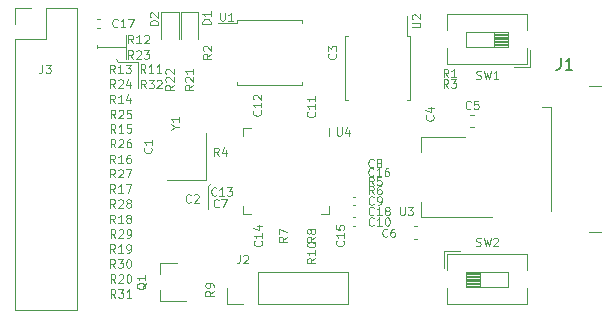
<source format=gbr>
%TF.GenerationSoftware,KiCad,Pcbnew,(5.1.9)-1*%
%TF.CreationDate,2021-09-09T09:31:17+08:00*%
%TF.ProjectId,RP2040,52503230-3430-42e6-9b69-6361645f7063,rev?*%
%TF.SameCoordinates,Original*%
%TF.FileFunction,Legend,Top*%
%TF.FilePolarity,Positive*%
%FSLAX46Y46*%
G04 Gerber Fmt 4.6, Leading zero omitted, Abs format (unit mm)*
G04 Created by KiCad (PCBNEW (5.1.9)-1) date 2021-09-09 09:31:17*
%MOMM*%
%LPD*%
G01*
G04 APERTURE LIST*
%ADD10C,0.120000*%
%ADD11C,0.100000*%
%ADD12C,0.150000*%
G04 APERTURE END LIST*
D10*
X143256000Y-91186000D02*
X143510000Y-90932000D01*
X143256000Y-93091000D02*
X143256000Y-91186000D01*
X135661400Y-80721200D02*
X137312400Y-80721200D01*
X135432800Y-80467200D02*
X135636000Y-80695800D01*
X137312400Y-82905600D02*
X137312400Y-80721200D01*
X133858000Y-79375000D02*
X133858000Y-79527400D01*
X133858000Y-79375000D02*
X133858000Y-79222600D01*
X136296400Y-79375000D02*
X133858000Y-79375000D01*
X136296400Y-80391000D02*
X136296400Y-78409800D01*
%TO.C,Y1*%
X139751800Y-90671400D02*
X143051800Y-90671400D01*
X143051800Y-90671400D02*
X143051800Y-86671400D01*
%TO.C,J1*%
X172320000Y-84500000D02*
X171565000Y-84500000D01*
X175490000Y-95045000D02*
X176540000Y-95045000D01*
X175490000Y-82755000D02*
X176540000Y-82755000D01*
X172320000Y-84500000D02*
X172320000Y-93300000D01*
%TO.C,U2*%
X154882000Y-81203800D02*
X154882000Y-83928800D01*
X154882000Y-83928800D02*
X155142000Y-83928800D01*
X154882000Y-81203800D02*
X154882000Y-78478800D01*
X154882000Y-78478800D02*
X155142000Y-78478800D01*
X160332000Y-81203800D02*
X160332000Y-83928800D01*
X160332000Y-83928800D02*
X160072000Y-83928800D01*
X160332000Y-81203800D02*
X160332000Y-78478800D01*
X160332000Y-78478800D02*
X160072000Y-78478800D01*
X160072000Y-78478800D02*
X160072000Y-76803800D01*
%TO.C,U1*%
X148463000Y-82608000D02*
X151188000Y-82608000D01*
X151188000Y-82608000D02*
X151188000Y-82348000D01*
X148463000Y-82608000D02*
X145738000Y-82608000D01*
X145738000Y-82608000D02*
X145738000Y-82348000D01*
X148463000Y-77158000D02*
X151188000Y-77158000D01*
X151188000Y-77158000D02*
X151188000Y-77418000D01*
X148463000Y-77158000D02*
X145738000Y-77158000D01*
X145738000Y-77158000D02*
X145738000Y-77418000D01*
X145738000Y-77418000D02*
X144063000Y-77418000D01*
%TO.C,SW2*%
X166274667Y-98425000D02*
X166274667Y-99695000D01*
X165068000Y-99625000D02*
X166274667Y-99625000D01*
X165068000Y-99505000D02*
X166274667Y-99505000D01*
X165068000Y-99385000D02*
X166274667Y-99385000D01*
X165068000Y-99265000D02*
X166274667Y-99265000D01*
X165068000Y-99145000D02*
X166274667Y-99145000D01*
X165068000Y-99025000D02*
X166274667Y-99025000D01*
X165068000Y-98905000D02*
X166274667Y-98905000D01*
X165068000Y-98785000D02*
X166274667Y-98785000D01*
X165068000Y-98665000D02*
X166274667Y-98665000D01*
X165068000Y-98545000D02*
X166274667Y-98545000D01*
X168688000Y-98425000D02*
X165068000Y-98425000D01*
X168688000Y-99695000D02*
X168688000Y-98425000D01*
X165068000Y-99695000D02*
X168688000Y-99695000D01*
X165068000Y-98425000D02*
X165068000Y-99695000D01*
X163228000Y-96710000D02*
X163228000Y-98093000D01*
X163228000Y-96710000D02*
X164611000Y-96710000D01*
X170288000Y-99860000D02*
X170288000Y-101170000D01*
X170288000Y-96950000D02*
X170288000Y-98260000D01*
X163468000Y-99860000D02*
X163468000Y-101170000D01*
X163468000Y-96950000D02*
X163468000Y-98260000D01*
X163468000Y-101170000D02*
X170288000Y-101170000D01*
X163468000Y-96950000D02*
X170288000Y-96950000D01*
%TO.C,J3*%
X126940000Y-76140000D02*
X128270000Y-76140000D01*
X126940000Y-77470000D02*
X126940000Y-76140000D01*
X129540000Y-76140000D02*
X132140000Y-76140000D01*
X129540000Y-78740000D02*
X129540000Y-76140000D01*
X126940000Y-78740000D02*
X129540000Y-78740000D01*
X132140000Y-76140000D02*
X132140000Y-101660000D01*
X126940000Y-78740000D02*
X126940000Y-101660000D01*
X126940000Y-101660000D02*
X132140000Y-101660000D01*
%TO.C,C17*%
X134092836Y-77084600D02*
X133877164Y-77084600D01*
X134092836Y-77804600D02*
X133877164Y-77804600D01*
%TO.C,C10*%
X155492564Y-94568600D02*
X155708236Y-94568600D01*
X155492564Y-93848600D02*
X155708236Y-93848600D01*
%TO.C,C9*%
X155492564Y-92816000D02*
X155708236Y-92816000D01*
X155492564Y-92096000D02*
X155708236Y-92096000D01*
%TO.C,U4*%
X153470000Y-86956000D02*
X153470000Y-86306000D01*
X146250000Y-93526000D02*
X146900000Y-93526000D01*
X146250000Y-92876000D02*
X146250000Y-93526000D01*
X146250000Y-86306000D02*
X146900000Y-86306000D01*
X146250000Y-86956000D02*
X146250000Y-86306000D01*
X153470000Y-93526000D02*
X152820000Y-93526000D01*
X153470000Y-92876000D02*
X153470000Y-93526000D01*
%TO.C,U3*%
X167295000Y-93834000D02*
X161285000Y-93834000D01*
X165045000Y-87014000D02*
X161285000Y-87014000D01*
X161285000Y-93834000D02*
X161285000Y-92574000D01*
X161285000Y-87014000D02*
X161285000Y-88274000D01*
%TO.C,SW1*%
X167481333Y-79375000D02*
X167481333Y-78105000D01*
X168688000Y-78175000D02*
X167481333Y-78175000D01*
X168688000Y-78295000D02*
X167481333Y-78295000D01*
X168688000Y-78415000D02*
X167481333Y-78415000D01*
X168688000Y-78535000D02*
X167481333Y-78535000D01*
X168688000Y-78655000D02*
X167481333Y-78655000D01*
X168688000Y-78775000D02*
X167481333Y-78775000D01*
X168688000Y-78895000D02*
X167481333Y-78895000D01*
X168688000Y-79015000D02*
X167481333Y-79015000D01*
X168688000Y-79135000D02*
X167481333Y-79135000D01*
X168688000Y-79255000D02*
X167481333Y-79255000D01*
X165068000Y-79375000D02*
X168688000Y-79375000D01*
X165068000Y-78105000D02*
X165068000Y-79375000D01*
X168688000Y-78105000D02*
X165068000Y-78105000D01*
X168688000Y-79375000D02*
X168688000Y-78105000D01*
X170528000Y-81090000D02*
X170528000Y-79707000D01*
X170528000Y-81090000D02*
X169145000Y-81090000D01*
X163468000Y-77940000D02*
X163468000Y-76630000D01*
X163468000Y-80850000D02*
X163468000Y-79540000D01*
X170288000Y-77940000D02*
X170288000Y-76630000D01*
X170288000Y-80850000D02*
X170288000Y-79540000D01*
X170288000Y-76630000D02*
X163468000Y-76630000D01*
X170288000Y-80850000D02*
X163468000Y-80850000D01*
%TO.C,Q1*%
X139194000Y-97734000D02*
X140654000Y-97734000D01*
X139194000Y-100894000D02*
X141354000Y-100894000D01*
X139194000Y-100894000D02*
X139194000Y-99964000D01*
X139194000Y-97734000D02*
X139194000Y-98664000D01*
%TO.C,J2*%
X144847000Y-101152000D02*
X144847000Y-99822000D01*
X146177000Y-101152000D02*
X144847000Y-101152000D01*
X147447000Y-101152000D02*
X147447000Y-98492000D01*
X147447000Y-98492000D02*
X155127000Y-98492000D01*
X147447000Y-101152000D02*
X155127000Y-101152000D01*
X155127000Y-101152000D02*
X155127000Y-98492000D01*
%TO.C,D2*%
X139295200Y-76493000D02*
X139295200Y-78778000D01*
X140765200Y-76493000D02*
X139295200Y-76493000D01*
X140765200Y-78778000D02*
X140765200Y-76493000D01*
%TO.C,D1*%
X140946200Y-76493000D02*
X140946200Y-78778000D01*
X142416200Y-76493000D02*
X140946200Y-76493000D01*
X142416200Y-78778000D02*
X142416200Y-76493000D01*
%TO.C,C6*%
X160654420Y-95633000D02*
X160935580Y-95633000D01*
X160654420Y-94613000D02*
X160935580Y-94613000D01*
%TO.C,C5*%
X165748580Y-85189600D02*
X165467420Y-85189600D01*
X165748580Y-86209600D02*
X165467420Y-86209600D01*
%TO.C,R6*%
D11*
X157287133Y-91883666D02*
X157053800Y-91550333D01*
X156887133Y-91883666D02*
X156887133Y-91183666D01*
X157153800Y-91183666D01*
X157220466Y-91217000D01*
X157253800Y-91250333D01*
X157287133Y-91317000D01*
X157287133Y-91417000D01*
X157253800Y-91483666D01*
X157220466Y-91517000D01*
X157153800Y-91550333D01*
X156887133Y-91550333D01*
X157887133Y-91183666D02*
X157753800Y-91183666D01*
X157687133Y-91217000D01*
X157653800Y-91250333D01*
X157587133Y-91350333D01*
X157553800Y-91483666D01*
X157553800Y-91750333D01*
X157587133Y-91817000D01*
X157620466Y-91850333D01*
X157687133Y-91883666D01*
X157820466Y-91883666D01*
X157887133Y-91850333D01*
X157920466Y-91817000D01*
X157953800Y-91750333D01*
X157953800Y-91583666D01*
X157920466Y-91517000D01*
X157887133Y-91483666D01*
X157820466Y-91450333D01*
X157687133Y-91450333D01*
X157620466Y-91483666D01*
X157587133Y-91517000D01*
X157553800Y-91583666D01*
%TO.C,R10*%
X152335666Y-97300200D02*
X152002333Y-97533533D01*
X152335666Y-97700200D02*
X151635666Y-97700200D01*
X151635666Y-97433533D01*
X151669000Y-97366866D01*
X151702333Y-97333533D01*
X151769000Y-97300200D01*
X151869000Y-97300200D01*
X151935666Y-97333533D01*
X151969000Y-97366866D01*
X152002333Y-97433533D01*
X152002333Y-97700200D01*
X152335666Y-96633533D02*
X152335666Y-97033533D01*
X152335666Y-96833533D02*
X151635666Y-96833533D01*
X151735666Y-96900200D01*
X151802333Y-96966866D01*
X151835666Y-97033533D01*
X151635666Y-96200200D02*
X151635666Y-96133533D01*
X151669000Y-96066866D01*
X151702333Y-96033533D01*
X151769000Y-96000200D01*
X151902333Y-95966866D01*
X152069000Y-95966866D01*
X152202333Y-96000200D01*
X152269000Y-96033533D01*
X152302333Y-96066866D01*
X152335666Y-96133533D01*
X152335666Y-96200200D01*
X152302333Y-96266866D01*
X152269000Y-96300200D01*
X152202333Y-96333533D01*
X152069000Y-96366866D01*
X151902333Y-96366866D01*
X151769000Y-96333533D01*
X151702333Y-96300200D01*
X151669000Y-96266866D01*
X151635666Y-96200200D01*
%TO.C,C8*%
X157261733Y-89531000D02*
X157228400Y-89564333D01*
X157128400Y-89597666D01*
X157061733Y-89597666D01*
X156961733Y-89564333D01*
X156895066Y-89497666D01*
X156861733Y-89431000D01*
X156828400Y-89297666D01*
X156828400Y-89197666D01*
X156861733Y-89064333D01*
X156895066Y-88997666D01*
X156961733Y-88931000D01*
X157061733Y-88897666D01*
X157128400Y-88897666D01*
X157228400Y-88931000D01*
X157261733Y-88964333D01*
X157661733Y-89197666D02*
X157595066Y-89164333D01*
X157561733Y-89131000D01*
X157528400Y-89064333D01*
X157528400Y-89031000D01*
X157561733Y-88964333D01*
X157595066Y-88931000D01*
X157661733Y-88897666D01*
X157795066Y-88897666D01*
X157861733Y-88931000D01*
X157895066Y-88964333D01*
X157928400Y-89031000D01*
X157928400Y-89064333D01*
X157895066Y-89131000D01*
X157861733Y-89164333D01*
X157795066Y-89197666D01*
X157661733Y-89197666D01*
X157595066Y-89231000D01*
X157561733Y-89264333D01*
X157528400Y-89331000D01*
X157528400Y-89464333D01*
X157561733Y-89531000D01*
X157595066Y-89564333D01*
X157661733Y-89597666D01*
X157795066Y-89597666D01*
X157861733Y-89564333D01*
X157895066Y-89531000D01*
X157928400Y-89464333D01*
X157928400Y-89331000D01*
X157895066Y-89264333D01*
X157861733Y-89231000D01*
X157795066Y-89197666D01*
%TO.C,R7*%
X149922666Y-95493666D02*
X149589333Y-95727000D01*
X149922666Y-95893666D02*
X149222666Y-95893666D01*
X149222666Y-95627000D01*
X149256000Y-95560333D01*
X149289333Y-95527000D01*
X149356000Y-95493666D01*
X149456000Y-95493666D01*
X149522666Y-95527000D01*
X149556000Y-95560333D01*
X149589333Y-95627000D01*
X149589333Y-95893666D01*
X149222666Y-95260333D02*
X149222666Y-94793666D01*
X149922666Y-95093666D01*
%TO.C,Y1*%
X140445333Y-86185333D02*
X140778666Y-86185333D01*
X140078666Y-86418666D02*
X140445333Y-86185333D01*
X140078666Y-85952000D01*
X140778666Y-85352000D02*
X140778666Y-85752000D01*
X140778666Y-85552000D02*
X140078666Y-85552000D01*
X140178666Y-85618666D01*
X140245333Y-85685333D01*
X140278666Y-85752000D01*
%TO.C,J1*%
D12*
X173106666Y-80352380D02*
X173106666Y-81066666D01*
X173059047Y-81209523D01*
X172963809Y-81304761D01*
X172820952Y-81352380D01*
X172725714Y-81352380D01*
X174106666Y-81352380D02*
X173535238Y-81352380D01*
X173820952Y-81352380D02*
X173820952Y-80352380D01*
X173725714Y-80495238D01*
X173630476Y-80590476D01*
X173535238Y-80638095D01*
%TO.C,U2*%
D11*
X160525666Y-77749333D02*
X161092333Y-77749333D01*
X161159000Y-77716000D01*
X161192333Y-77682666D01*
X161225666Y-77616000D01*
X161225666Y-77482666D01*
X161192333Y-77416000D01*
X161159000Y-77382666D01*
X161092333Y-77349333D01*
X160525666Y-77349333D01*
X160592333Y-77049333D02*
X160559000Y-77016000D01*
X160525666Y-76949333D01*
X160525666Y-76782666D01*
X160559000Y-76716000D01*
X160592333Y-76682666D01*
X160659000Y-76649333D01*
X160725666Y-76649333D01*
X160825666Y-76682666D01*
X161225666Y-77082666D01*
X161225666Y-76649333D01*
%TO.C,U1*%
X144272066Y-76502466D02*
X144272066Y-77069133D01*
X144305400Y-77135800D01*
X144338733Y-77169133D01*
X144405400Y-77202466D01*
X144538733Y-77202466D01*
X144605400Y-77169133D01*
X144638733Y-77135800D01*
X144672066Y-77069133D01*
X144672066Y-76502466D01*
X145372066Y-77202466D02*
X144972066Y-77202466D01*
X145172066Y-77202466D02*
X145172066Y-76502466D01*
X145105400Y-76602466D01*
X145038733Y-76669133D01*
X144972066Y-76702466D01*
%TO.C,SW2*%
X165944666Y-96233333D02*
X166044666Y-96266666D01*
X166211333Y-96266666D01*
X166278000Y-96233333D01*
X166311333Y-96200000D01*
X166344666Y-96133333D01*
X166344666Y-96066666D01*
X166311333Y-96000000D01*
X166278000Y-95966666D01*
X166211333Y-95933333D01*
X166078000Y-95900000D01*
X166011333Y-95866666D01*
X165978000Y-95833333D01*
X165944666Y-95766666D01*
X165944666Y-95700000D01*
X165978000Y-95633333D01*
X166011333Y-95600000D01*
X166078000Y-95566666D01*
X166244666Y-95566666D01*
X166344666Y-95600000D01*
X166578000Y-95566666D02*
X166744666Y-96266666D01*
X166878000Y-95766666D01*
X167011333Y-96266666D01*
X167178000Y-95566666D01*
X167411333Y-95633333D02*
X167444666Y-95600000D01*
X167511333Y-95566666D01*
X167678000Y-95566666D01*
X167744666Y-95600000D01*
X167778000Y-95633333D01*
X167811333Y-95700000D01*
X167811333Y-95766666D01*
X167778000Y-95866666D01*
X167378000Y-96266666D01*
X167811333Y-96266666D01*
%TO.C,R31*%
X135414600Y-100646666D02*
X135181266Y-100313333D01*
X135014600Y-100646666D02*
X135014600Y-99946666D01*
X135281266Y-99946666D01*
X135347933Y-99980000D01*
X135381266Y-100013333D01*
X135414600Y-100080000D01*
X135414600Y-100180000D01*
X135381266Y-100246666D01*
X135347933Y-100280000D01*
X135281266Y-100313333D01*
X135014600Y-100313333D01*
X135647933Y-99946666D02*
X136081266Y-99946666D01*
X135847933Y-100213333D01*
X135947933Y-100213333D01*
X136014600Y-100246666D01*
X136047933Y-100280000D01*
X136081266Y-100346666D01*
X136081266Y-100513333D01*
X136047933Y-100580000D01*
X136014600Y-100613333D01*
X135947933Y-100646666D01*
X135747933Y-100646666D01*
X135681266Y-100613333D01*
X135647933Y-100580000D01*
X136747933Y-100646666D02*
X136347933Y-100646666D01*
X136547933Y-100646666D02*
X136547933Y-99946666D01*
X136481266Y-100046666D01*
X136414600Y-100113333D01*
X136347933Y-100146666D01*
%TO.C,R30*%
X135389200Y-98106666D02*
X135155866Y-97773333D01*
X134989200Y-98106666D02*
X134989200Y-97406666D01*
X135255866Y-97406666D01*
X135322533Y-97440000D01*
X135355866Y-97473333D01*
X135389200Y-97540000D01*
X135389200Y-97640000D01*
X135355866Y-97706666D01*
X135322533Y-97740000D01*
X135255866Y-97773333D01*
X134989200Y-97773333D01*
X135622533Y-97406666D02*
X136055866Y-97406666D01*
X135822533Y-97673333D01*
X135922533Y-97673333D01*
X135989200Y-97706666D01*
X136022533Y-97740000D01*
X136055866Y-97806666D01*
X136055866Y-97973333D01*
X136022533Y-98040000D01*
X135989200Y-98073333D01*
X135922533Y-98106666D01*
X135722533Y-98106666D01*
X135655866Y-98073333D01*
X135622533Y-98040000D01*
X136489200Y-97406666D02*
X136555866Y-97406666D01*
X136622533Y-97440000D01*
X136655866Y-97473333D01*
X136689200Y-97540000D01*
X136722533Y-97673333D01*
X136722533Y-97840000D01*
X136689200Y-97973333D01*
X136655866Y-98040000D01*
X136622533Y-98073333D01*
X136555866Y-98106666D01*
X136489200Y-98106666D01*
X136422533Y-98073333D01*
X136389200Y-98040000D01*
X136355866Y-97973333D01*
X136322533Y-97840000D01*
X136322533Y-97673333D01*
X136355866Y-97540000D01*
X136389200Y-97473333D01*
X136422533Y-97440000D01*
X136489200Y-97406666D01*
%TO.C,R29*%
X135414600Y-95566666D02*
X135181266Y-95233333D01*
X135014600Y-95566666D02*
X135014600Y-94866666D01*
X135281266Y-94866666D01*
X135347933Y-94900000D01*
X135381266Y-94933333D01*
X135414600Y-95000000D01*
X135414600Y-95100000D01*
X135381266Y-95166666D01*
X135347933Y-95200000D01*
X135281266Y-95233333D01*
X135014600Y-95233333D01*
X135681266Y-94933333D02*
X135714600Y-94900000D01*
X135781266Y-94866666D01*
X135947933Y-94866666D01*
X136014600Y-94900000D01*
X136047933Y-94933333D01*
X136081266Y-95000000D01*
X136081266Y-95066666D01*
X136047933Y-95166666D01*
X135647933Y-95566666D01*
X136081266Y-95566666D01*
X136414600Y-95566666D02*
X136547933Y-95566666D01*
X136614600Y-95533333D01*
X136647933Y-95500000D01*
X136714600Y-95400000D01*
X136747933Y-95266666D01*
X136747933Y-95000000D01*
X136714600Y-94933333D01*
X136681266Y-94900000D01*
X136614600Y-94866666D01*
X136481266Y-94866666D01*
X136414600Y-94900000D01*
X136381266Y-94933333D01*
X136347933Y-95000000D01*
X136347933Y-95166666D01*
X136381266Y-95233333D01*
X136414600Y-95266666D01*
X136481266Y-95300000D01*
X136614600Y-95300000D01*
X136681266Y-95266666D01*
X136714600Y-95233333D01*
X136747933Y-95166666D01*
%TO.C,R28*%
X135389200Y-93026666D02*
X135155866Y-92693333D01*
X134989200Y-93026666D02*
X134989200Y-92326666D01*
X135255866Y-92326666D01*
X135322533Y-92360000D01*
X135355866Y-92393333D01*
X135389200Y-92460000D01*
X135389200Y-92560000D01*
X135355866Y-92626666D01*
X135322533Y-92660000D01*
X135255866Y-92693333D01*
X134989200Y-92693333D01*
X135655866Y-92393333D02*
X135689200Y-92360000D01*
X135755866Y-92326666D01*
X135922533Y-92326666D01*
X135989200Y-92360000D01*
X136022533Y-92393333D01*
X136055866Y-92460000D01*
X136055866Y-92526666D01*
X136022533Y-92626666D01*
X135622533Y-93026666D01*
X136055866Y-93026666D01*
X136455866Y-92626666D02*
X136389200Y-92593333D01*
X136355866Y-92560000D01*
X136322533Y-92493333D01*
X136322533Y-92460000D01*
X136355866Y-92393333D01*
X136389200Y-92360000D01*
X136455866Y-92326666D01*
X136589200Y-92326666D01*
X136655866Y-92360000D01*
X136689200Y-92393333D01*
X136722533Y-92460000D01*
X136722533Y-92493333D01*
X136689200Y-92560000D01*
X136655866Y-92593333D01*
X136589200Y-92626666D01*
X136455866Y-92626666D01*
X136389200Y-92660000D01*
X136355866Y-92693333D01*
X136322533Y-92760000D01*
X136322533Y-92893333D01*
X136355866Y-92960000D01*
X136389200Y-92993333D01*
X136455866Y-93026666D01*
X136589200Y-93026666D01*
X136655866Y-92993333D01*
X136689200Y-92960000D01*
X136722533Y-92893333D01*
X136722533Y-92760000D01*
X136689200Y-92693333D01*
X136655866Y-92660000D01*
X136589200Y-92626666D01*
%TO.C,R27*%
X135389200Y-90461266D02*
X135155866Y-90127933D01*
X134989200Y-90461266D02*
X134989200Y-89761266D01*
X135255866Y-89761266D01*
X135322533Y-89794600D01*
X135355866Y-89827933D01*
X135389200Y-89894600D01*
X135389200Y-89994600D01*
X135355866Y-90061266D01*
X135322533Y-90094600D01*
X135255866Y-90127933D01*
X134989200Y-90127933D01*
X135655866Y-89827933D02*
X135689200Y-89794600D01*
X135755866Y-89761266D01*
X135922533Y-89761266D01*
X135989200Y-89794600D01*
X136022533Y-89827933D01*
X136055866Y-89894600D01*
X136055866Y-89961266D01*
X136022533Y-90061266D01*
X135622533Y-90461266D01*
X136055866Y-90461266D01*
X136289200Y-89761266D02*
X136755866Y-89761266D01*
X136455866Y-90461266D01*
%TO.C,R26*%
X135414600Y-87921266D02*
X135181266Y-87587933D01*
X135014600Y-87921266D02*
X135014600Y-87221266D01*
X135281266Y-87221266D01*
X135347933Y-87254600D01*
X135381266Y-87287933D01*
X135414600Y-87354600D01*
X135414600Y-87454600D01*
X135381266Y-87521266D01*
X135347933Y-87554600D01*
X135281266Y-87587933D01*
X135014600Y-87587933D01*
X135681266Y-87287933D02*
X135714600Y-87254600D01*
X135781266Y-87221266D01*
X135947933Y-87221266D01*
X136014600Y-87254600D01*
X136047933Y-87287933D01*
X136081266Y-87354600D01*
X136081266Y-87421266D01*
X136047933Y-87521266D01*
X135647933Y-87921266D01*
X136081266Y-87921266D01*
X136681266Y-87221266D02*
X136547933Y-87221266D01*
X136481266Y-87254600D01*
X136447933Y-87287933D01*
X136381266Y-87387933D01*
X136347933Y-87521266D01*
X136347933Y-87787933D01*
X136381266Y-87854600D01*
X136414600Y-87887933D01*
X136481266Y-87921266D01*
X136614600Y-87921266D01*
X136681266Y-87887933D01*
X136714600Y-87854600D01*
X136747933Y-87787933D01*
X136747933Y-87621266D01*
X136714600Y-87554600D01*
X136681266Y-87521266D01*
X136614600Y-87487933D01*
X136481266Y-87487933D01*
X136414600Y-87521266D01*
X136381266Y-87554600D01*
X136347933Y-87621266D01*
%TO.C,R25*%
X135414600Y-85457466D02*
X135181266Y-85124133D01*
X135014600Y-85457466D02*
X135014600Y-84757466D01*
X135281266Y-84757466D01*
X135347933Y-84790800D01*
X135381266Y-84824133D01*
X135414600Y-84890800D01*
X135414600Y-84990800D01*
X135381266Y-85057466D01*
X135347933Y-85090800D01*
X135281266Y-85124133D01*
X135014600Y-85124133D01*
X135681266Y-84824133D02*
X135714600Y-84790800D01*
X135781266Y-84757466D01*
X135947933Y-84757466D01*
X136014600Y-84790800D01*
X136047933Y-84824133D01*
X136081266Y-84890800D01*
X136081266Y-84957466D01*
X136047933Y-85057466D01*
X135647933Y-85457466D01*
X136081266Y-85457466D01*
X136714600Y-84757466D02*
X136381266Y-84757466D01*
X136347933Y-85090800D01*
X136381266Y-85057466D01*
X136447933Y-85024133D01*
X136614600Y-85024133D01*
X136681266Y-85057466D01*
X136714600Y-85090800D01*
X136747933Y-85157466D01*
X136747933Y-85324133D01*
X136714600Y-85390800D01*
X136681266Y-85424133D01*
X136614600Y-85457466D01*
X136447933Y-85457466D01*
X136381266Y-85424133D01*
X136347933Y-85390800D01*
%TO.C,R24*%
X135389200Y-82866666D02*
X135155866Y-82533333D01*
X134989200Y-82866666D02*
X134989200Y-82166666D01*
X135255866Y-82166666D01*
X135322533Y-82200000D01*
X135355866Y-82233333D01*
X135389200Y-82300000D01*
X135389200Y-82400000D01*
X135355866Y-82466666D01*
X135322533Y-82500000D01*
X135255866Y-82533333D01*
X134989200Y-82533333D01*
X135655866Y-82233333D02*
X135689200Y-82200000D01*
X135755866Y-82166666D01*
X135922533Y-82166666D01*
X135989200Y-82200000D01*
X136022533Y-82233333D01*
X136055866Y-82300000D01*
X136055866Y-82366666D01*
X136022533Y-82466666D01*
X135622533Y-82866666D01*
X136055866Y-82866666D01*
X136655866Y-82400000D02*
X136655866Y-82866666D01*
X136489200Y-82133333D02*
X136322533Y-82633333D01*
X136755866Y-82633333D01*
%TO.C,R23*%
X136913200Y-80402866D02*
X136679866Y-80069533D01*
X136513200Y-80402866D02*
X136513200Y-79702866D01*
X136779866Y-79702866D01*
X136846533Y-79736200D01*
X136879866Y-79769533D01*
X136913200Y-79836200D01*
X136913200Y-79936200D01*
X136879866Y-80002866D01*
X136846533Y-80036200D01*
X136779866Y-80069533D01*
X136513200Y-80069533D01*
X137179866Y-79769533D02*
X137213200Y-79736200D01*
X137279866Y-79702866D01*
X137446533Y-79702866D01*
X137513200Y-79736200D01*
X137546533Y-79769533D01*
X137579866Y-79836200D01*
X137579866Y-79902866D01*
X137546533Y-80002866D01*
X137146533Y-80402866D01*
X137579866Y-80402866D01*
X137813200Y-79702866D02*
X138246533Y-79702866D01*
X138013200Y-79969533D01*
X138113200Y-79969533D01*
X138179866Y-80002866D01*
X138213200Y-80036200D01*
X138246533Y-80102866D01*
X138246533Y-80269533D01*
X138213200Y-80336200D01*
X138179866Y-80369533D01*
X138113200Y-80402866D01*
X137913200Y-80402866D01*
X137846533Y-80369533D01*
X137813200Y-80336200D01*
%TO.C,R20*%
X135414600Y-99376666D02*
X135181266Y-99043333D01*
X135014600Y-99376666D02*
X135014600Y-98676666D01*
X135281266Y-98676666D01*
X135347933Y-98710000D01*
X135381266Y-98743333D01*
X135414600Y-98810000D01*
X135414600Y-98910000D01*
X135381266Y-98976666D01*
X135347933Y-99010000D01*
X135281266Y-99043333D01*
X135014600Y-99043333D01*
X135681266Y-98743333D02*
X135714600Y-98710000D01*
X135781266Y-98676666D01*
X135947933Y-98676666D01*
X136014600Y-98710000D01*
X136047933Y-98743333D01*
X136081266Y-98810000D01*
X136081266Y-98876666D01*
X136047933Y-98976666D01*
X135647933Y-99376666D01*
X136081266Y-99376666D01*
X136514600Y-98676666D02*
X136581266Y-98676666D01*
X136647933Y-98710000D01*
X136681266Y-98743333D01*
X136714600Y-98810000D01*
X136747933Y-98943333D01*
X136747933Y-99110000D01*
X136714600Y-99243333D01*
X136681266Y-99310000D01*
X136647933Y-99343333D01*
X136581266Y-99376666D01*
X136514600Y-99376666D01*
X136447933Y-99343333D01*
X136414600Y-99310000D01*
X136381266Y-99243333D01*
X136347933Y-99110000D01*
X136347933Y-98943333D01*
X136381266Y-98810000D01*
X136414600Y-98743333D01*
X136447933Y-98710000D01*
X136514600Y-98676666D01*
%TO.C,R19*%
X135389200Y-96836666D02*
X135155866Y-96503333D01*
X134989200Y-96836666D02*
X134989200Y-96136666D01*
X135255866Y-96136666D01*
X135322533Y-96170000D01*
X135355866Y-96203333D01*
X135389200Y-96270000D01*
X135389200Y-96370000D01*
X135355866Y-96436666D01*
X135322533Y-96470000D01*
X135255866Y-96503333D01*
X134989200Y-96503333D01*
X136055866Y-96836666D02*
X135655866Y-96836666D01*
X135855866Y-96836666D02*
X135855866Y-96136666D01*
X135789200Y-96236666D01*
X135722533Y-96303333D01*
X135655866Y-96336666D01*
X136389200Y-96836666D02*
X136522533Y-96836666D01*
X136589200Y-96803333D01*
X136622533Y-96770000D01*
X136689200Y-96670000D01*
X136722533Y-96536666D01*
X136722533Y-96270000D01*
X136689200Y-96203333D01*
X136655866Y-96170000D01*
X136589200Y-96136666D01*
X136455866Y-96136666D01*
X136389200Y-96170000D01*
X136355866Y-96203333D01*
X136322533Y-96270000D01*
X136322533Y-96436666D01*
X136355866Y-96503333D01*
X136389200Y-96536666D01*
X136455866Y-96570000D01*
X136589200Y-96570000D01*
X136655866Y-96536666D01*
X136689200Y-96503333D01*
X136722533Y-96436666D01*
%TO.C,R18*%
X135389200Y-94322066D02*
X135155866Y-93988733D01*
X134989200Y-94322066D02*
X134989200Y-93622066D01*
X135255866Y-93622066D01*
X135322533Y-93655400D01*
X135355866Y-93688733D01*
X135389200Y-93755400D01*
X135389200Y-93855400D01*
X135355866Y-93922066D01*
X135322533Y-93955400D01*
X135255866Y-93988733D01*
X134989200Y-93988733D01*
X136055866Y-94322066D02*
X135655866Y-94322066D01*
X135855866Y-94322066D02*
X135855866Y-93622066D01*
X135789200Y-93722066D01*
X135722533Y-93788733D01*
X135655866Y-93822066D01*
X136455866Y-93922066D02*
X136389200Y-93888733D01*
X136355866Y-93855400D01*
X136322533Y-93788733D01*
X136322533Y-93755400D01*
X136355866Y-93688733D01*
X136389200Y-93655400D01*
X136455866Y-93622066D01*
X136589200Y-93622066D01*
X136655866Y-93655400D01*
X136689200Y-93688733D01*
X136722533Y-93755400D01*
X136722533Y-93788733D01*
X136689200Y-93855400D01*
X136655866Y-93888733D01*
X136589200Y-93922066D01*
X136455866Y-93922066D01*
X136389200Y-93955400D01*
X136355866Y-93988733D01*
X136322533Y-94055400D01*
X136322533Y-94188733D01*
X136355866Y-94255400D01*
X136389200Y-94288733D01*
X136455866Y-94322066D01*
X136589200Y-94322066D01*
X136655866Y-94288733D01*
X136689200Y-94255400D01*
X136722533Y-94188733D01*
X136722533Y-94055400D01*
X136689200Y-93988733D01*
X136655866Y-93955400D01*
X136589200Y-93922066D01*
%TO.C,R17*%
X135389200Y-91756666D02*
X135155866Y-91423333D01*
X134989200Y-91756666D02*
X134989200Y-91056666D01*
X135255866Y-91056666D01*
X135322533Y-91090000D01*
X135355866Y-91123333D01*
X135389200Y-91190000D01*
X135389200Y-91290000D01*
X135355866Y-91356666D01*
X135322533Y-91390000D01*
X135255866Y-91423333D01*
X134989200Y-91423333D01*
X136055866Y-91756666D02*
X135655866Y-91756666D01*
X135855866Y-91756666D02*
X135855866Y-91056666D01*
X135789200Y-91156666D01*
X135722533Y-91223333D01*
X135655866Y-91256666D01*
X136289200Y-91056666D02*
X136755866Y-91056666D01*
X136455866Y-91756666D01*
%TO.C,R16*%
X135389200Y-89242066D02*
X135155866Y-88908733D01*
X134989200Y-89242066D02*
X134989200Y-88542066D01*
X135255866Y-88542066D01*
X135322533Y-88575400D01*
X135355866Y-88608733D01*
X135389200Y-88675400D01*
X135389200Y-88775400D01*
X135355866Y-88842066D01*
X135322533Y-88875400D01*
X135255866Y-88908733D01*
X134989200Y-88908733D01*
X136055866Y-89242066D02*
X135655866Y-89242066D01*
X135855866Y-89242066D02*
X135855866Y-88542066D01*
X135789200Y-88642066D01*
X135722533Y-88708733D01*
X135655866Y-88742066D01*
X136655866Y-88542066D02*
X136522533Y-88542066D01*
X136455866Y-88575400D01*
X136422533Y-88608733D01*
X136355866Y-88708733D01*
X136322533Y-88842066D01*
X136322533Y-89108733D01*
X136355866Y-89175400D01*
X136389200Y-89208733D01*
X136455866Y-89242066D01*
X136589200Y-89242066D01*
X136655866Y-89208733D01*
X136689200Y-89175400D01*
X136722533Y-89108733D01*
X136722533Y-88942066D01*
X136689200Y-88875400D01*
X136655866Y-88842066D01*
X136589200Y-88808733D01*
X136455866Y-88808733D01*
X136389200Y-88842066D01*
X136355866Y-88875400D01*
X136322533Y-88942066D01*
%TO.C,R15*%
X135414600Y-86676666D02*
X135181266Y-86343333D01*
X135014600Y-86676666D02*
X135014600Y-85976666D01*
X135281266Y-85976666D01*
X135347933Y-86010000D01*
X135381266Y-86043333D01*
X135414600Y-86110000D01*
X135414600Y-86210000D01*
X135381266Y-86276666D01*
X135347933Y-86310000D01*
X135281266Y-86343333D01*
X135014600Y-86343333D01*
X136081266Y-86676666D02*
X135681266Y-86676666D01*
X135881266Y-86676666D02*
X135881266Y-85976666D01*
X135814600Y-86076666D01*
X135747933Y-86143333D01*
X135681266Y-86176666D01*
X136714600Y-85976666D02*
X136381266Y-85976666D01*
X136347933Y-86310000D01*
X136381266Y-86276666D01*
X136447933Y-86243333D01*
X136614600Y-86243333D01*
X136681266Y-86276666D01*
X136714600Y-86310000D01*
X136747933Y-86376666D01*
X136747933Y-86543333D01*
X136714600Y-86610000D01*
X136681266Y-86643333D01*
X136614600Y-86676666D01*
X136447933Y-86676666D01*
X136381266Y-86643333D01*
X136347933Y-86610000D01*
%TO.C,R14*%
X135389200Y-84162066D02*
X135155866Y-83828733D01*
X134989200Y-84162066D02*
X134989200Y-83462066D01*
X135255866Y-83462066D01*
X135322533Y-83495400D01*
X135355866Y-83528733D01*
X135389200Y-83595400D01*
X135389200Y-83695400D01*
X135355866Y-83762066D01*
X135322533Y-83795400D01*
X135255866Y-83828733D01*
X134989200Y-83828733D01*
X136055866Y-84162066D02*
X135655866Y-84162066D01*
X135855866Y-84162066D02*
X135855866Y-83462066D01*
X135789200Y-83562066D01*
X135722533Y-83628733D01*
X135655866Y-83662066D01*
X136655866Y-83695400D02*
X136655866Y-84162066D01*
X136489200Y-83428733D02*
X136322533Y-83928733D01*
X136755866Y-83928733D01*
%TO.C,R13*%
X135363800Y-81622066D02*
X135130466Y-81288733D01*
X134963800Y-81622066D02*
X134963800Y-80922066D01*
X135230466Y-80922066D01*
X135297133Y-80955400D01*
X135330466Y-80988733D01*
X135363800Y-81055400D01*
X135363800Y-81155400D01*
X135330466Y-81222066D01*
X135297133Y-81255400D01*
X135230466Y-81288733D01*
X134963800Y-81288733D01*
X136030466Y-81622066D02*
X135630466Y-81622066D01*
X135830466Y-81622066D02*
X135830466Y-80922066D01*
X135763800Y-81022066D01*
X135697133Y-81088733D01*
X135630466Y-81122066D01*
X136263800Y-80922066D02*
X136697133Y-80922066D01*
X136463800Y-81188733D01*
X136563800Y-81188733D01*
X136630466Y-81222066D01*
X136663800Y-81255400D01*
X136697133Y-81322066D01*
X136697133Y-81488733D01*
X136663800Y-81555400D01*
X136630466Y-81588733D01*
X136563800Y-81622066D01*
X136363800Y-81622066D01*
X136297133Y-81588733D01*
X136263800Y-81555400D01*
%TO.C,R12*%
X136913200Y-79107466D02*
X136679866Y-78774133D01*
X136513200Y-79107466D02*
X136513200Y-78407466D01*
X136779866Y-78407466D01*
X136846533Y-78440800D01*
X136879866Y-78474133D01*
X136913200Y-78540800D01*
X136913200Y-78640800D01*
X136879866Y-78707466D01*
X136846533Y-78740800D01*
X136779866Y-78774133D01*
X136513200Y-78774133D01*
X137579866Y-79107466D02*
X137179866Y-79107466D01*
X137379866Y-79107466D02*
X137379866Y-78407466D01*
X137313200Y-78507466D01*
X137246533Y-78574133D01*
X137179866Y-78607466D01*
X137846533Y-78474133D02*
X137879866Y-78440800D01*
X137946533Y-78407466D01*
X138113200Y-78407466D01*
X138179866Y-78440800D01*
X138213200Y-78474133D01*
X138246533Y-78540800D01*
X138246533Y-78607466D01*
X138213200Y-78707466D01*
X137813200Y-79107466D01*
X138246533Y-79107466D01*
%TO.C,R2*%
X143521866Y-79999666D02*
X143188533Y-80233000D01*
X143521866Y-80399666D02*
X142821866Y-80399666D01*
X142821866Y-80133000D01*
X142855200Y-80066333D01*
X142888533Y-80033000D01*
X142955200Y-79999666D01*
X143055200Y-79999666D01*
X143121866Y-80033000D01*
X143155200Y-80066333D01*
X143188533Y-80133000D01*
X143188533Y-80399666D01*
X142888533Y-79733000D02*
X142855200Y-79699666D01*
X142821866Y-79633000D01*
X142821866Y-79466333D01*
X142855200Y-79399666D01*
X142888533Y-79366333D01*
X142955200Y-79333000D01*
X143021866Y-79333000D01*
X143121866Y-79366333D01*
X143521866Y-79766333D01*
X143521866Y-79333000D01*
%TO.C,J3*%
X129230466Y-80922066D02*
X129230466Y-81422066D01*
X129197133Y-81522066D01*
X129130466Y-81588733D01*
X129030466Y-81622066D01*
X128963800Y-81622066D01*
X129497133Y-80922066D02*
X129930466Y-80922066D01*
X129697133Y-81188733D01*
X129797133Y-81188733D01*
X129863800Y-81222066D01*
X129897133Y-81255400D01*
X129930466Y-81322066D01*
X129930466Y-81488733D01*
X129897133Y-81555400D01*
X129863800Y-81588733D01*
X129797133Y-81622066D01*
X129597133Y-81622066D01*
X129530466Y-81588733D01*
X129497133Y-81555400D01*
%TO.C,C17*%
X135592400Y-77669200D02*
X135559066Y-77702533D01*
X135459066Y-77735866D01*
X135392400Y-77735866D01*
X135292400Y-77702533D01*
X135225733Y-77635866D01*
X135192400Y-77569200D01*
X135159066Y-77435866D01*
X135159066Y-77335866D01*
X135192400Y-77202533D01*
X135225733Y-77135866D01*
X135292400Y-77069200D01*
X135392400Y-77035866D01*
X135459066Y-77035866D01*
X135559066Y-77069200D01*
X135592400Y-77102533D01*
X136259066Y-77735866D02*
X135859066Y-77735866D01*
X136059066Y-77735866D02*
X136059066Y-77035866D01*
X135992400Y-77135866D01*
X135925733Y-77202533D01*
X135859066Y-77235866D01*
X136492400Y-77035866D02*
X136959066Y-77035866D01*
X136659066Y-77735866D01*
%TO.C,C3*%
X154047000Y-79999666D02*
X154080333Y-80033000D01*
X154113666Y-80133000D01*
X154113666Y-80199666D01*
X154080333Y-80299666D01*
X154013666Y-80366333D01*
X153947000Y-80399666D01*
X153813666Y-80433000D01*
X153713666Y-80433000D01*
X153580333Y-80399666D01*
X153513666Y-80366333D01*
X153447000Y-80299666D01*
X153413666Y-80199666D01*
X153413666Y-80133000D01*
X153447000Y-80033000D01*
X153480333Y-79999666D01*
X153413666Y-79766333D02*
X153413666Y-79333000D01*
X153680333Y-79566333D01*
X153680333Y-79466333D01*
X153713666Y-79399666D01*
X153747000Y-79366333D01*
X153813666Y-79333000D01*
X153980333Y-79333000D01*
X154047000Y-79366333D01*
X154080333Y-79399666D01*
X154113666Y-79466333D01*
X154113666Y-79666333D01*
X154080333Y-79733000D01*
X154047000Y-79766333D01*
%TO.C,R32*%
X137980000Y-82917466D02*
X137746666Y-82584133D01*
X137580000Y-82917466D02*
X137580000Y-82217466D01*
X137846666Y-82217466D01*
X137913333Y-82250800D01*
X137946666Y-82284133D01*
X137980000Y-82350800D01*
X137980000Y-82450800D01*
X137946666Y-82517466D01*
X137913333Y-82550800D01*
X137846666Y-82584133D01*
X137580000Y-82584133D01*
X138213333Y-82217466D02*
X138646666Y-82217466D01*
X138413333Y-82484133D01*
X138513333Y-82484133D01*
X138580000Y-82517466D01*
X138613333Y-82550800D01*
X138646666Y-82617466D01*
X138646666Y-82784133D01*
X138613333Y-82850800D01*
X138580000Y-82884133D01*
X138513333Y-82917466D01*
X138313333Y-82917466D01*
X138246666Y-82884133D01*
X138213333Y-82850800D01*
X138913333Y-82284133D02*
X138946666Y-82250800D01*
X139013333Y-82217466D01*
X139180000Y-82217466D01*
X139246666Y-82250800D01*
X139280000Y-82284133D01*
X139313333Y-82350800D01*
X139313333Y-82417466D01*
X139280000Y-82517466D01*
X138880000Y-82917466D01*
X139313333Y-82917466D01*
%TO.C,C10*%
X157284000Y-94484000D02*
X157250666Y-94517333D01*
X157150666Y-94550666D01*
X157084000Y-94550666D01*
X156984000Y-94517333D01*
X156917333Y-94450666D01*
X156884000Y-94384000D01*
X156850666Y-94250666D01*
X156850666Y-94150666D01*
X156884000Y-94017333D01*
X156917333Y-93950666D01*
X156984000Y-93884000D01*
X157084000Y-93850666D01*
X157150666Y-93850666D01*
X157250666Y-93884000D01*
X157284000Y-93917333D01*
X157950666Y-94550666D02*
X157550666Y-94550666D01*
X157750666Y-94550666D02*
X157750666Y-93850666D01*
X157684000Y-93950666D01*
X157617333Y-94017333D01*
X157550666Y-94050666D01*
X158384000Y-93850666D02*
X158450666Y-93850666D01*
X158517333Y-93884000D01*
X158550666Y-93917333D01*
X158584000Y-93984000D01*
X158617333Y-94117333D01*
X158617333Y-94284000D01*
X158584000Y-94417333D01*
X158550666Y-94484000D01*
X158517333Y-94517333D01*
X158450666Y-94550666D01*
X158384000Y-94550666D01*
X158317333Y-94517333D01*
X158284000Y-94484000D01*
X158250666Y-94417333D01*
X158217333Y-94284000D01*
X158217333Y-94117333D01*
X158250666Y-93984000D01*
X158284000Y-93917333D01*
X158317333Y-93884000D01*
X158384000Y-93850666D01*
%TO.C,C9*%
X157287133Y-92706000D02*
X157253800Y-92739333D01*
X157153800Y-92772666D01*
X157087133Y-92772666D01*
X156987133Y-92739333D01*
X156920466Y-92672666D01*
X156887133Y-92606000D01*
X156853800Y-92472666D01*
X156853800Y-92372666D01*
X156887133Y-92239333D01*
X156920466Y-92172666D01*
X156987133Y-92106000D01*
X157087133Y-92072666D01*
X157153800Y-92072666D01*
X157253800Y-92106000D01*
X157287133Y-92139333D01*
X157620466Y-92772666D02*
X157753800Y-92772666D01*
X157820466Y-92739333D01*
X157853800Y-92706000D01*
X157920466Y-92606000D01*
X157953800Y-92472666D01*
X157953800Y-92206000D01*
X157920466Y-92139333D01*
X157887133Y-92106000D01*
X157820466Y-92072666D01*
X157687133Y-92072666D01*
X157620466Y-92106000D01*
X157587133Y-92139333D01*
X157553800Y-92206000D01*
X157553800Y-92372666D01*
X157587133Y-92439333D01*
X157620466Y-92472666D01*
X157687133Y-92506000D01*
X157820466Y-92506000D01*
X157887133Y-92472666D01*
X157920466Y-92439333D01*
X157953800Y-92372666D01*
%TO.C,C4*%
X162302000Y-85206666D02*
X162335333Y-85240000D01*
X162368666Y-85340000D01*
X162368666Y-85406666D01*
X162335333Y-85506666D01*
X162268666Y-85573333D01*
X162202000Y-85606666D01*
X162068666Y-85640000D01*
X161968666Y-85640000D01*
X161835333Y-85606666D01*
X161768666Y-85573333D01*
X161702000Y-85506666D01*
X161668666Y-85406666D01*
X161668666Y-85340000D01*
X161702000Y-85240000D01*
X161735333Y-85206666D01*
X161902000Y-84606666D02*
X162368666Y-84606666D01*
X161635333Y-84773333D02*
X162135333Y-84940000D01*
X162135333Y-84506666D01*
%TO.C,C2*%
X141793133Y-92528200D02*
X141759800Y-92561533D01*
X141659800Y-92594866D01*
X141593133Y-92594866D01*
X141493133Y-92561533D01*
X141426466Y-92494866D01*
X141393133Y-92428200D01*
X141359800Y-92294866D01*
X141359800Y-92194866D01*
X141393133Y-92061533D01*
X141426466Y-91994866D01*
X141493133Y-91928200D01*
X141593133Y-91894866D01*
X141659800Y-91894866D01*
X141759800Y-91928200D01*
X141793133Y-91961533D01*
X142059800Y-91961533D02*
X142093133Y-91928200D01*
X142159800Y-91894866D01*
X142326466Y-91894866D01*
X142393133Y-91928200D01*
X142426466Y-91961533D01*
X142459800Y-92028200D01*
X142459800Y-92094866D01*
X142426466Y-92194866D01*
X142026466Y-92594866D01*
X142459800Y-92594866D01*
%TO.C,C1*%
X138426000Y-87949866D02*
X138459333Y-87983200D01*
X138492666Y-88083200D01*
X138492666Y-88149866D01*
X138459333Y-88249866D01*
X138392666Y-88316533D01*
X138326000Y-88349866D01*
X138192666Y-88383200D01*
X138092666Y-88383200D01*
X137959333Y-88349866D01*
X137892666Y-88316533D01*
X137826000Y-88249866D01*
X137792666Y-88149866D01*
X137792666Y-88083200D01*
X137826000Y-87983200D01*
X137859333Y-87949866D01*
X138492666Y-87283200D02*
X138492666Y-87683200D01*
X138492666Y-87483200D02*
X137792666Y-87483200D01*
X137892666Y-87549866D01*
X137959333Y-87616533D01*
X137992666Y-87683200D01*
%TO.C,R11*%
X137954600Y-81596666D02*
X137721266Y-81263333D01*
X137554600Y-81596666D02*
X137554600Y-80896666D01*
X137821266Y-80896666D01*
X137887933Y-80930000D01*
X137921266Y-80963333D01*
X137954600Y-81030000D01*
X137954600Y-81130000D01*
X137921266Y-81196666D01*
X137887933Y-81230000D01*
X137821266Y-81263333D01*
X137554600Y-81263333D01*
X138621266Y-81596666D02*
X138221266Y-81596666D01*
X138421266Y-81596666D02*
X138421266Y-80896666D01*
X138354600Y-80996666D01*
X138287933Y-81063333D01*
X138221266Y-81096666D01*
X139287933Y-81596666D02*
X138887933Y-81596666D01*
X139087933Y-81596666D02*
X139087933Y-80896666D01*
X139021266Y-80996666D01*
X138954600Y-81063333D01*
X138887933Y-81096666D01*
%TO.C,R22*%
X140346866Y-82619000D02*
X140013533Y-82852333D01*
X140346866Y-83019000D02*
X139646866Y-83019000D01*
X139646866Y-82752333D01*
X139680200Y-82685666D01*
X139713533Y-82652333D01*
X139780200Y-82619000D01*
X139880200Y-82619000D01*
X139946866Y-82652333D01*
X139980200Y-82685666D01*
X140013533Y-82752333D01*
X140013533Y-83019000D01*
X139713533Y-82352333D02*
X139680200Y-82319000D01*
X139646866Y-82252333D01*
X139646866Y-82085666D01*
X139680200Y-82019000D01*
X139713533Y-81985666D01*
X139780200Y-81952333D01*
X139846866Y-81952333D01*
X139946866Y-81985666D01*
X140346866Y-82385666D01*
X140346866Y-81952333D01*
X139713533Y-81685666D02*
X139680200Y-81652333D01*
X139646866Y-81585666D01*
X139646866Y-81419000D01*
X139680200Y-81352333D01*
X139713533Y-81319000D01*
X139780200Y-81285666D01*
X139846866Y-81285666D01*
X139946866Y-81319000D01*
X140346866Y-81719000D01*
X140346866Y-81285666D01*
%TO.C,R21*%
X141997866Y-82619000D02*
X141664533Y-82852333D01*
X141997866Y-83019000D02*
X141297866Y-83019000D01*
X141297866Y-82752333D01*
X141331200Y-82685666D01*
X141364533Y-82652333D01*
X141431200Y-82619000D01*
X141531200Y-82619000D01*
X141597866Y-82652333D01*
X141631200Y-82685666D01*
X141664533Y-82752333D01*
X141664533Y-83019000D01*
X141364533Y-82352333D02*
X141331200Y-82319000D01*
X141297866Y-82252333D01*
X141297866Y-82085666D01*
X141331200Y-82019000D01*
X141364533Y-81985666D01*
X141431200Y-81952333D01*
X141497866Y-81952333D01*
X141597866Y-81985666D01*
X141997866Y-82385666D01*
X141997866Y-81952333D01*
X141997866Y-81285666D02*
X141997866Y-81685666D01*
X141997866Y-81485666D02*
X141297866Y-81485666D01*
X141397866Y-81552333D01*
X141464533Y-81619000D01*
X141497866Y-81685666D01*
%TO.C,R9*%
X143725066Y-100065666D02*
X143391733Y-100299000D01*
X143725066Y-100465666D02*
X143025066Y-100465666D01*
X143025066Y-100199000D01*
X143058400Y-100132333D01*
X143091733Y-100099000D01*
X143158400Y-100065666D01*
X143258400Y-100065666D01*
X143325066Y-100099000D01*
X143358400Y-100132333D01*
X143391733Y-100199000D01*
X143391733Y-100465666D01*
X143725066Y-99732333D02*
X143725066Y-99599000D01*
X143691733Y-99532333D01*
X143658400Y-99499000D01*
X143558400Y-99432333D01*
X143425066Y-99399000D01*
X143158400Y-99399000D01*
X143091733Y-99432333D01*
X143058400Y-99465666D01*
X143025066Y-99532333D01*
X143025066Y-99665666D01*
X143058400Y-99732333D01*
X143091733Y-99765666D01*
X143158400Y-99799000D01*
X143325066Y-99799000D01*
X143391733Y-99765666D01*
X143425066Y-99732333D01*
X143458400Y-99665666D01*
X143458400Y-99532333D01*
X143425066Y-99465666D01*
X143391733Y-99432333D01*
X143325066Y-99399000D01*
%TO.C,R8*%
X152335666Y-95493666D02*
X152002333Y-95727000D01*
X152335666Y-95893666D02*
X151635666Y-95893666D01*
X151635666Y-95627000D01*
X151669000Y-95560333D01*
X151702333Y-95527000D01*
X151769000Y-95493666D01*
X151869000Y-95493666D01*
X151935666Y-95527000D01*
X151969000Y-95560333D01*
X152002333Y-95627000D01*
X152002333Y-95893666D01*
X151935666Y-95093666D02*
X151902333Y-95160333D01*
X151869000Y-95193666D01*
X151802333Y-95227000D01*
X151769000Y-95227000D01*
X151702333Y-95193666D01*
X151669000Y-95160333D01*
X151635666Y-95093666D01*
X151635666Y-94960333D01*
X151669000Y-94893666D01*
X151702333Y-94860333D01*
X151769000Y-94827000D01*
X151802333Y-94827000D01*
X151869000Y-94860333D01*
X151902333Y-94893666D01*
X151935666Y-94960333D01*
X151935666Y-95093666D01*
X151969000Y-95160333D01*
X152002333Y-95193666D01*
X152069000Y-95227000D01*
X152202333Y-95227000D01*
X152269000Y-95193666D01*
X152302333Y-95160333D01*
X152335666Y-95093666D01*
X152335666Y-94960333D01*
X152302333Y-94893666D01*
X152269000Y-94860333D01*
X152202333Y-94827000D01*
X152069000Y-94827000D01*
X152002333Y-94860333D01*
X151969000Y-94893666D01*
X151935666Y-94960333D01*
%TO.C,R5*%
X157287133Y-91121666D02*
X157053800Y-90788333D01*
X156887133Y-91121666D02*
X156887133Y-90421666D01*
X157153800Y-90421666D01*
X157220466Y-90455000D01*
X157253800Y-90488333D01*
X157287133Y-90555000D01*
X157287133Y-90655000D01*
X157253800Y-90721666D01*
X157220466Y-90755000D01*
X157153800Y-90788333D01*
X156887133Y-90788333D01*
X157920466Y-90421666D02*
X157587133Y-90421666D01*
X157553800Y-90755000D01*
X157587133Y-90721666D01*
X157653800Y-90688333D01*
X157820466Y-90688333D01*
X157887133Y-90721666D01*
X157920466Y-90755000D01*
X157953800Y-90821666D01*
X157953800Y-90988333D01*
X157920466Y-91055000D01*
X157887133Y-91088333D01*
X157820466Y-91121666D01*
X157653800Y-91121666D01*
X157587133Y-91088333D01*
X157553800Y-91055000D01*
%TO.C,R4*%
X144144733Y-88632466D02*
X143911400Y-88299133D01*
X143744733Y-88632466D02*
X143744733Y-87932466D01*
X144011400Y-87932466D01*
X144078066Y-87965800D01*
X144111400Y-87999133D01*
X144144733Y-88065800D01*
X144144733Y-88165800D01*
X144111400Y-88232466D01*
X144078066Y-88265800D01*
X144011400Y-88299133D01*
X143744733Y-88299133D01*
X144744733Y-88165800D02*
X144744733Y-88632466D01*
X144578066Y-87899133D02*
X144411400Y-88399133D01*
X144844733Y-88399133D01*
%TO.C,R3*%
X163586333Y-82866666D02*
X163353000Y-82533333D01*
X163186333Y-82866666D02*
X163186333Y-82166666D01*
X163453000Y-82166666D01*
X163519666Y-82200000D01*
X163553000Y-82233333D01*
X163586333Y-82300000D01*
X163586333Y-82400000D01*
X163553000Y-82466666D01*
X163519666Y-82500000D01*
X163453000Y-82533333D01*
X163186333Y-82533333D01*
X163819666Y-82166666D02*
X164253000Y-82166666D01*
X164019666Y-82433333D01*
X164119666Y-82433333D01*
X164186333Y-82466666D01*
X164219666Y-82500000D01*
X164253000Y-82566666D01*
X164253000Y-82733333D01*
X164219666Y-82800000D01*
X164186333Y-82833333D01*
X164119666Y-82866666D01*
X163919666Y-82866666D01*
X163853000Y-82833333D01*
X163819666Y-82800000D01*
%TO.C,R1*%
X163586333Y-81977666D02*
X163353000Y-81644333D01*
X163186333Y-81977666D02*
X163186333Y-81277666D01*
X163453000Y-81277666D01*
X163519666Y-81311000D01*
X163553000Y-81344333D01*
X163586333Y-81411000D01*
X163586333Y-81511000D01*
X163553000Y-81577666D01*
X163519666Y-81611000D01*
X163453000Y-81644333D01*
X163186333Y-81644333D01*
X164253000Y-81977666D02*
X163853000Y-81977666D01*
X164053000Y-81977666D02*
X164053000Y-81277666D01*
X163986333Y-81377666D01*
X163919666Y-81444333D01*
X163853000Y-81477666D01*
%TO.C,C18*%
X157284000Y-93595000D02*
X157250666Y-93628333D01*
X157150666Y-93661666D01*
X157084000Y-93661666D01*
X156984000Y-93628333D01*
X156917333Y-93561666D01*
X156884000Y-93495000D01*
X156850666Y-93361666D01*
X156850666Y-93261666D01*
X156884000Y-93128333D01*
X156917333Y-93061666D01*
X156984000Y-92995000D01*
X157084000Y-92961666D01*
X157150666Y-92961666D01*
X157250666Y-92995000D01*
X157284000Y-93028333D01*
X157950666Y-93661666D02*
X157550666Y-93661666D01*
X157750666Y-93661666D02*
X157750666Y-92961666D01*
X157684000Y-93061666D01*
X157617333Y-93128333D01*
X157550666Y-93161666D01*
X158350666Y-93261666D02*
X158284000Y-93228333D01*
X158250666Y-93195000D01*
X158217333Y-93128333D01*
X158217333Y-93095000D01*
X158250666Y-93028333D01*
X158284000Y-92995000D01*
X158350666Y-92961666D01*
X158484000Y-92961666D01*
X158550666Y-92995000D01*
X158584000Y-93028333D01*
X158617333Y-93095000D01*
X158617333Y-93128333D01*
X158584000Y-93195000D01*
X158550666Y-93228333D01*
X158484000Y-93261666D01*
X158350666Y-93261666D01*
X158284000Y-93295000D01*
X158250666Y-93328333D01*
X158217333Y-93395000D01*
X158217333Y-93528333D01*
X158250666Y-93595000D01*
X158284000Y-93628333D01*
X158350666Y-93661666D01*
X158484000Y-93661666D01*
X158550666Y-93628333D01*
X158584000Y-93595000D01*
X158617333Y-93528333D01*
X158617333Y-93395000D01*
X158584000Y-93328333D01*
X158550666Y-93295000D01*
X158484000Y-93261666D01*
%TO.C,C16*%
X157258600Y-90293000D02*
X157225266Y-90326333D01*
X157125266Y-90359666D01*
X157058600Y-90359666D01*
X156958600Y-90326333D01*
X156891933Y-90259666D01*
X156858600Y-90193000D01*
X156825266Y-90059666D01*
X156825266Y-89959666D01*
X156858600Y-89826333D01*
X156891933Y-89759666D01*
X156958600Y-89693000D01*
X157058600Y-89659666D01*
X157125266Y-89659666D01*
X157225266Y-89693000D01*
X157258600Y-89726333D01*
X157925266Y-90359666D02*
X157525266Y-90359666D01*
X157725266Y-90359666D02*
X157725266Y-89659666D01*
X157658600Y-89759666D01*
X157591933Y-89826333D01*
X157525266Y-89859666D01*
X158525266Y-89659666D02*
X158391933Y-89659666D01*
X158325266Y-89693000D01*
X158291933Y-89726333D01*
X158225266Y-89826333D01*
X158191933Y-89959666D01*
X158191933Y-90226333D01*
X158225266Y-90293000D01*
X158258600Y-90326333D01*
X158325266Y-90359666D01*
X158458600Y-90359666D01*
X158525266Y-90326333D01*
X158558600Y-90293000D01*
X158591933Y-90226333D01*
X158591933Y-90059666D01*
X158558600Y-89993000D01*
X158525266Y-89959666D01*
X158458600Y-89926333D01*
X158325266Y-89926333D01*
X158258600Y-89959666D01*
X158225266Y-89993000D01*
X158191933Y-90059666D01*
%TO.C,C15*%
X154716000Y-95827000D02*
X154749333Y-95860333D01*
X154782666Y-95960333D01*
X154782666Y-96027000D01*
X154749333Y-96127000D01*
X154682666Y-96193666D01*
X154616000Y-96227000D01*
X154482666Y-96260333D01*
X154382666Y-96260333D01*
X154249333Y-96227000D01*
X154182666Y-96193666D01*
X154116000Y-96127000D01*
X154082666Y-96027000D01*
X154082666Y-95960333D01*
X154116000Y-95860333D01*
X154149333Y-95827000D01*
X154782666Y-95160333D02*
X154782666Y-95560333D01*
X154782666Y-95360333D02*
X154082666Y-95360333D01*
X154182666Y-95427000D01*
X154249333Y-95493666D01*
X154282666Y-95560333D01*
X154082666Y-94527000D02*
X154082666Y-94860333D01*
X154416000Y-94893666D01*
X154382666Y-94860333D01*
X154349333Y-94793666D01*
X154349333Y-94627000D01*
X154382666Y-94560333D01*
X154416000Y-94527000D01*
X154482666Y-94493666D01*
X154649333Y-94493666D01*
X154716000Y-94527000D01*
X154749333Y-94560333D01*
X154782666Y-94627000D01*
X154782666Y-94793666D01*
X154749333Y-94860333D01*
X154716000Y-94893666D01*
%TO.C,C14*%
X147759000Y-95843400D02*
X147792333Y-95876733D01*
X147825666Y-95976733D01*
X147825666Y-96043400D01*
X147792333Y-96143400D01*
X147725666Y-96210066D01*
X147659000Y-96243400D01*
X147525666Y-96276733D01*
X147425666Y-96276733D01*
X147292333Y-96243400D01*
X147225666Y-96210066D01*
X147159000Y-96143400D01*
X147125666Y-96043400D01*
X147125666Y-95976733D01*
X147159000Y-95876733D01*
X147192333Y-95843400D01*
X147825666Y-95176733D02*
X147825666Y-95576733D01*
X147825666Y-95376733D02*
X147125666Y-95376733D01*
X147225666Y-95443400D01*
X147292333Y-95510066D01*
X147325666Y-95576733D01*
X147359000Y-94576733D02*
X147825666Y-94576733D01*
X147092333Y-94743400D02*
X147592333Y-94910066D01*
X147592333Y-94476733D01*
%TO.C,C13*%
X143949000Y-91944000D02*
X143915666Y-91977333D01*
X143815666Y-92010666D01*
X143749000Y-92010666D01*
X143649000Y-91977333D01*
X143582333Y-91910666D01*
X143549000Y-91844000D01*
X143515666Y-91710666D01*
X143515666Y-91610666D01*
X143549000Y-91477333D01*
X143582333Y-91410666D01*
X143649000Y-91344000D01*
X143749000Y-91310666D01*
X143815666Y-91310666D01*
X143915666Y-91344000D01*
X143949000Y-91377333D01*
X144615666Y-92010666D02*
X144215666Y-92010666D01*
X144415666Y-92010666D02*
X144415666Y-91310666D01*
X144349000Y-91410666D01*
X144282333Y-91477333D01*
X144215666Y-91510666D01*
X144849000Y-91310666D02*
X145282333Y-91310666D01*
X145049000Y-91577333D01*
X145149000Y-91577333D01*
X145215666Y-91610666D01*
X145249000Y-91644000D01*
X145282333Y-91710666D01*
X145282333Y-91877333D01*
X145249000Y-91944000D01*
X145215666Y-91977333D01*
X145149000Y-92010666D01*
X144949000Y-92010666D01*
X144882333Y-91977333D01*
X144849000Y-91944000D01*
%TO.C,C12*%
X147697000Y-84793200D02*
X147730333Y-84826533D01*
X147763666Y-84926533D01*
X147763666Y-84993200D01*
X147730333Y-85093200D01*
X147663666Y-85159866D01*
X147597000Y-85193200D01*
X147463666Y-85226533D01*
X147363666Y-85226533D01*
X147230333Y-85193200D01*
X147163666Y-85159866D01*
X147097000Y-85093200D01*
X147063666Y-84993200D01*
X147063666Y-84926533D01*
X147097000Y-84826533D01*
X147130333Y-84793200D01*
X147763666Y-84126533D02*
X147763666Y-84526533D01*
X147763666Y-84326533D02*
X147063666Y-84326533D01*
X147163666Y-84393200D01*
X147230333Y-84459866D01*
X147263666Y-84526533D01*
X147130333Y-83859866D02*
X147097000Y-83826533D01*
X147063666Y-83759866D01*
X147063666Y-83593200D01*
X147097000Y-83526533D01*
X147130333Y-83493200D01*
X147197000Y-83459866D01*
X147263666Y-83459866D01*
X147363666Y-83493200D01*
X147763666Y-83893200D01*
X147763666Y-83459866D01*
%TO.C,C11*%
X152269000Y-84920200D02*
X152302333Y-84953533D01*
X152335666Y-85053533D01*
X152335666Y-85120200D01*
X152302333Y-85220200D01*
X152235666Y-85286866D01*
X152169000Y-85320200D01*
X152035666Y-85353533D01*
X151935666Y-85353533D01*
X151802333Y-85320200D01*
X151735666Y-85286866D01*
X151669000Y-85220200D01*
X151635666Y-85120200D01*
X151635666Y-85053533D01*
X151669000Y-84953533D01*
X151702333Y-84920200D01*
X152335666Y-84253533D02*
X152335666Y-84653533D01*
X152335666Y-84453533D02*
X151635666Y-84453533D01*
X151735666Y-84520200D01*
X151802333Y-84586866D01*
X151835666Y-84653533D01*
X152335666Y-83586866D02*
X152335666Y-83986866D01*
X152335666Y-83786866D02*
X151635666Y-83786866D01*
X151735666Y-83853533D01*
X151802333Y-83920200D01*
X151835666Y-83986866D01*
%TO.C,C7*%
X144155333Y-92934600D02*
X144122000Y-92967933D01*
X144022000Y-93001266D01*
X143955333Y-93001266D01*
X143855333Y-92967933D01*
X143788666Y-92901266D01*
X143755333Y-92834600D01*
X143722000Y-92701266D01*
X143722000Y-92601266D01*
X143755333Y-92467933D01*
X143788666Y-92401266D01*
X143855333Y-92334600D01*
X143955333Y-92301266D01*
X144022000Y-92301266D01*
X144122000Y-92334600D01*
X144155333Y-92367933D01*
X144388666Y-92301266D02*
X144855333Y-92301266D01*
X144555333Y-93001266D01*
%TO.C,U4*%
X154152666Y-86230666D02*
X154152666Y-86797333D01*
X154186000Y-86864000D01*
X154219333Y-86897333D01*
X154286000Y-86930666D01*
X154419333Y-86930666D01*
X154486000Y-86897333D01*
X154519333Y-86864000D01*
X154552666Y-86797333D01*
X154552666Y-86230666D01*
X155186000Y-86464000D02*
X155186000Y-86930666D01*
X155019333Y-86197333D02*
X154852666Y-86697333D01*
X155286000Y-86697333D01*
%TO.C,U3*%
X159486666Y-92961666D02*
X159486666Y-93528333D01*
X159520000Y-93595000D01*
X159553333Y-93628333D01*
X159620000Y-93661666D01*
X159753333Y-93661666D01*
X159820000Y-93628333D01*
X159853333Y-93595000D01*
X159886666Y-93528333D01*
X159886666Y-92961666D01*
X160153333Y-92961666D02*
X160586666Y-92961666D01*
X160353333Y-93228333D01*
X160453333Y-93228333D01*
X160520000Y-93261666D01*
X160553333Y-93295000D01*
X160586666Y-93361666D01*
X160586666Y-93528333D01*
X160553333Y-93595000D01*
X160520000Y-93628333D01*
X160453333Y-93661666D01*
X160253333Y-93661666D01*
X160186666Y-93628333D01*
X160153333Y-93595000D01*
%TO.C,SW1*%
X165970066Y-82096733D02*
X166070066Y-82130066D01*
X166236733Y-82130066D01*
X166303400Y-82096733D01*
X166336733Y-82063400D01*
X166370066Y-81996733D01*
X166370066Y-81930066D01*
X166336733Y-81863400D01*
X166303400Y-81830066D01*
X166236733Y-81796733D01*
X166103400Y-81763400D01*
X166036733Y-81730066D01*
X166003400Y-81696733D01*
X165970066Y-81630066D01*
X165970066Y-81563400D01*
X166003400Y-81496733D01*
X166036733Y-81463400D01*
X166103400Y-81430066D01*
X166270066Y-81430066D01*
X166370066Y-81463400D01*
X166603400Y-81430066D02*
X166770066Y-82130066D01*
X166903400Y-81630066D01*
X167036733Y-82130066D01*
X167203400Y-81430066D01*
X167836733Y-82130066D02*
X167436733Y-82130066D01*
X167636733Y-82130066D02*
X167636733Y-81430066D01*
X167570066Y-81530066D01*
X167503400Y-81596733D01*
X167436733Y-81630066D01*
%TO.C,Q1*%
X138000533Y-99380666D02*
X137967200Y-99447333D01*
X137900533Y-99514000D01*
X137800533Y-99614000D01*
X137767200Y-99680666D01*
X137767200Y-99747333D01*
X137933866Y-99714000D02*
X137900533Y-99780666D01*
X137833866Y-99847333D01*
X137700533Y-99880666D01*
X137467200Y-99880666D01*
X137333866Y-99847333D01*
X137267200Y-99780666D01*
X137233866Y-99714000D01*
X137233866Y-99580666D01*
X137267200Y-99514000D01*
X137333866Y-99447333D01*
X137467200Y-99414000D01*
X137700533Y-99414000D01*
X137833866Y-99447333D01*
X137900533Y-99514000D01*
X137933866Y-99580666D01*
X137933866Y-99714000D01*
X137933866Y-98747333D02*
X137933866Y-99147333D01*
X137933866Y-98947333D02*
X137233866Y-98947333D01*
X137333866Y-99014000D01*
X137400533Y-99080666D01*
X137433866Y-99147333D01*
%TO.C,J2*%
X145943666Y-97025666D02*
X145943666Y-97525666D01*
X145910333Y-97625666D01*
X145843666Y-97692333D01*
X145743666Y-97725666D01*
X145677000Y-97725666D01*
X146243666Y-97092333D02*
X146277000Y-97059000D01*
X146343666Y-97025666D01*
X146510333Y-97025666D01*
X146577000Y-97059000D01*
X146610333Y-97092333D01*
X146643666Y-97159000D01*
X146643666Y-97225666D01*
X146610333Y-97325666D01*
X146210333Y-97725666D01*
X146643666Y-97725666D01*
%TO.C,D2*%
X139026066Y-77554866D02*
X138326066Y-77554866D01*
X138326066Y-77388200D01*
X138359400Y-77288200D01*
X138426066Y-77221533D01*
X138492733Y-77188200D01*
X138626066Y-77154866D01*
X138726066Y-77154866D01*
X138859400Y-77188200D01*
X138926066Y-77221533D01*
X138992733Y-77288200D01*
X139026066Y-77388200D01*
X139026066Y-77554866D01*
X138392733Y-76888200D02*
X138359400Y-76854866D01*
X138326066Y-76788200D01*
X138326066Y-76621533D01*
X138359400Y-76554866D01*
X138392733Y-76521533D01*
X138459400Y-76488200D01*
X138526066Y-76488200D01*
X138626066Y-76521533D01*
X139026066Y-76921533D01*
X139026066Y-76488200D01*
%TO.C,D1*%
X143471066Y-77453266D02*
X142771066Y-77453266D01*
X142771066Y-77286600D01*
X142804400Y-77186600D01*
X142871066Y-77119933D01*
X142937733Y-77086600D01*
X143071066Y-77053266D01*
X143171066Y-77053266D01*
X143304400Y-77086600D01*
X143371066Y-77119933D01*
X143437733Y-77186600D01*
X143471066Y-77286600D01*
X143471066Y-77453266D01*
X143471066Y-76386600D02*
X143471066Y-76786600D01*
X143471066Y-76586600D02*
X142771066Y-76586600D01*
X142871066Y-76653266D01*
X142937733Y-76719933D01*
X142971066Y-76786600D01*
%TO.C,C6*%
X158430733Y-95423800D02*
X158397400Y-95457133D01*
X158297400Y-95490466D01*
X158230733Y-95490466D01*
X158130733Y-95457133D01*
X158064066Y-95390466D01*
X158030733Y-95323800D01*
X157997400Y-95190466D01*
X157997400Y-95090466D01*
X158030733Y-94957133D01*
X158064066Y-94890466D01*
X158130733Y-94823800D01*
X158230733Y-94790466D01*
X158297400Y-94790466D01*
X158397400Y-94823800D01*
X158430733Y-94857133D01*
X159030733Y-94790466D02*
X158897400Y-94790466D01*
X158830733Y-94823800D01*
X158797400Y-94857133D01*
X158730733Y-94957133D01*
X158697400Y-95090466D01*
X158697400Y-95357133D01*
X158730733Y-95423800D01*
X158764066Y-95457133D01*
X158830733Y-95490466D01*
X158964066Y-95490466D01*
X159030733Y-95457133D01*
X159064066Y-95423800D01*
X159097400Y-95357133D01*
X159097400Y-95190466D01*
X159064066Y-95123800D01*
X159030733Y-95090466D01*
X158964066Y-95057133D01*
X158830733Y-95057133D01*
X158764066Y-95090466D01*
X158730733Y-95123800D01*
X158697400Y-95190466D01*
%TO.C,C5*%
X165491333Y-84603400D02*
X165458000Y-84636733D01*
X165358000Y-84670066D01*
X165291333Y-84670066D01*
X165191333Y-84636733D01*
X165124666Y-84570066D01*
X165091333Y-84503400D01*
X165058000Y-84370066D01*
X165058000Y-84270066D01*
X165091333Y-84136733D01*
X165124666Y-84070066D01*
X165191333Y-84003400D01*
X165291333Y-83970066D01*
X165358000Y-83970066D01*
X165458000Y-84003400D01*
X165491333Y-84036733D01*
X166124666Y-83970066D02*
X165791333Y-83970066D01*
X165758000Y-84303400D01*
X165791333Y-84270066D01*
X165858000Y-84236733D01*
X166024666Y-84236733D01*
X166091333Y-84270066D01*
X166124666Y-84303400D01*
X166158000Y-84370066D01*
X166158000Y-84536733D01*
X166124666Y-84603400D01*
X166091333Y-84636733D01*
X166024666Y-84670066D01*
X165858000Y-84670066D01*
X165791333Y-84636733D01*
X165758000Y-84603400D01*
%TD*%
M02*

</source>
